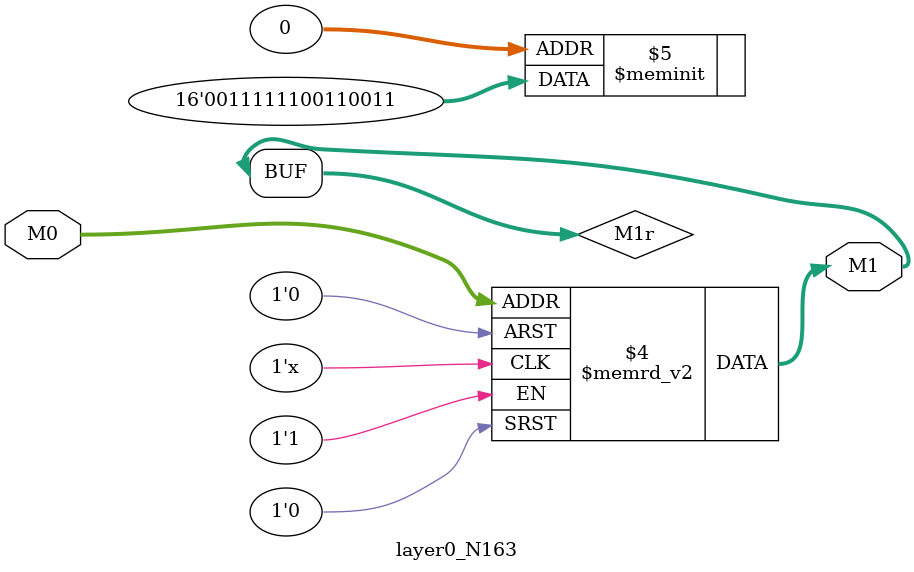
<source format=v>
module layer0_N163 ( input [2:0] M0, output [1:0] M1 );

	(*rom_style = "distributed" *) reg [1:0] M1r;
	assign M1 = M1r;
	always @ (M0) begin
		case (M0)
			3'b000: M1r = 2'b11;
			3'b100: M1r = 2'b11;
			3'b010: M1r = 2'b11;
			3'b110: M1r = 2'b11;
			3'b001: M1r = 2'b00;
			3'b101: M1r = 2'b11;
			3'b011: M1r = 2'b00;
			3'b111: M1r = 2'b00;

		endcase
	end
endmodule

</source>
